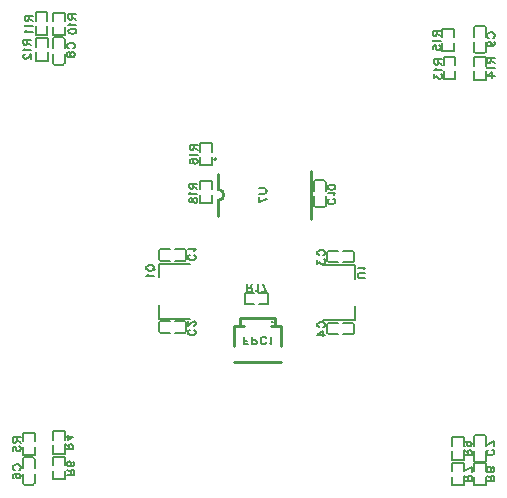
<source format=gbo>
G04 Layer: BottomSilkscreenLayer*
G04 EasyEDA Pro v2.1.44.1.245b18d5.fca1f9, 2024-01-18 14:01:25*
G04 Gerber Generator version 0.3*
G04 Scale: 100 percent, Rotated: No, Reflected: No*
G04 Dimensions in millimeters*
G04 Leading zeros omitted, absolute positions, 3 integers and 5 decimals*
%FSLAX35Y35*%
%MOMM*%
%ADD10C,0.1524*%
%ADD11C,0.254*%
%ADD12C,0.2*%
G75*


G04 Text Start*
G54D10*
G01X58166Y-1156462D02*
G01X61214Y-1150366D01*
G01X67310Y-1144016D01*
G01X73660Y-1140968D01*
G01X82804Y-1137920D01*
G01X98298D01*
G01X107696Y-1140968D01*
G01X113792Y-1144016D01*
G01X120142Y-1150366D01*
G01X123190Y-1156462D01*
G01Y-1168908D01*
G01X120142Y-1175004D01*
G01X113792Y-1181354D01*
G01X107696Y-1184402D01*
G01X98298Y-1187450D01*
G01X82804D01*
G01X73660Y-1184402D01*
G01X67310Y-1181354D01*
G01X61214Y-1175004D01*
G01X58166Y-1168908D01*
G01Y-1156462D01*
G01X110744Y-1165860D02*
G01X129286Y-1184402D01*
G01X70612Y-1217676D02*
G01X67310Y-1223772D01*
G01X58166Y-1232916D01*
G01X123190D01*
G01X1910334Y-1249680D02*
G01X1863852Y-1249680D01*
G01X1854708Y-1246632D01*
G01X1848358Y-1240282D01*
G01X1845310Y-1231138D01*
G01Y-1224788D01*
G01X1848358Y-1215644D01*
G01X1854708Y-1209548D01*
G01X1863852Y-1206246D01*
G01X1910334D01*
G01X1897888Y-1176020D02*
G01X1901190Y-1169924D01*
G01X1910334Y-1160780D01*
G01X1845310D01*
G01X880620Y-1808734D02*
G01X880620Y-1743710D01*
G01X880620Y-1808734D02*
G01X920752Y-1808734D01*
G01X880620Y-1777746D02*
G01X905512Y-1777746D01*
G01X950978Y-1808734D02*
G01X950978Y-1743710D01*
G01X950978Y-1808734D02*
G01X978664Y-1808734D01*
G01X988062Y-1805686D01*
G01X991110Y-1802638D01*
G01X994158Y-1796288D01*
G01Y-1787144D01*
G01X991110Y-1781048D01*
G01X988062Y-1777746D01*
G01X978664Y-1774698D01*
G01X950978D01*
G01X1070612Y-1793240D02*
G01X1067564Y-1799590D01*
G01X1061468Y-1805686D01*
G01X1055118Y-1808734D01*
G01X1042926D01*
G01X1036576Y-1805686D01*
G01X1030480Y-1799590D01*
G01X1027432Y-1793240D01*
G01X1024384Y-1784096D01*
G01Y-1768602D01*
G01X1027432Y-1759204D01*
G01X1030480Y-1753108D01*
G01X1036576Y-1746758D01*
G01X1042926Y-1743710D01*
G01X1055118D01*
G01X1061468Y-1746758D01*
G01X1067564Y-1753108D01*
G01X1070612Y-1759204D01*
G01X1100838Y-1796288D02*
G01X1106934Y-1799590D01*
G01X1116078Y-1808734D01*
G01Y-1743710D01*
G01X1010666Y-490220D02*
G01X1057148Y-490220D01*
G01X1066292Y-493268D01*
G01X1072642Y-499618D01*
G01X1075690Y-508762D01*
G01Y-515112D01*
G01X1072642Y-524256D01*
G01X1066292Y-530352D01*
G01X1057148Y-533654D01*
G01X1010666D01*
G01X1010666Y-607060D02*
G01X1075690Y-576072D01*
G01X1010666Y-563880D02*
G01X1010666Y-607060D01*
G01X459740Y-1685798D02*
G01X466090Y-1688846D01*
G01X472186Y-1695196D01*
G01X475234Y-1701292D01*
G01Y-1713738D01*
G01X472186Y-1719834D01*
G01X466090Y-1726184D01*
G01X459740Y-1729232D01*
G01X450596Y-1732280D01*
G01X435102D01*
G01X425704Y-1729232D01*
G01X419608Y-1726184D01*
G01X413258Y-1719834D01*
G01X410210Y-1713738D01*
G01Y-1701292D01*
G01X413258Y-1695196D01*
G01X419608Y-1688846D01*
G01X425704Y-1685798D01*
G01X459740Y-1652524D02*
G01X462788Y-1652524D01*
G01X469138Y-1649476D01*
G01X472186Y-1646428D01*
G01X475234Y-1640332D01*
G01Y-1627886D01*
G01X472186Y-1621536D01*
G01X469138Y-1618488D01*
G01X462788Y-1615440D01*
G01X456692D01*
G01X450596Y-1618488D01*
G01X441198Y-1624838D01*
G01X410210Y-1655572D01*
G01Y-1612392D01*
G01X459740Y-1050798D02*
G01X466090Y-1053846D01*
G01X472186Y-1060196D01*
G01X475234Y-1066292D01*
G01Y-1078738D01*
G01X472186Y-1084834D01*
G01X466090Y-1091184D01*
G01X459740Y-1094232D01*
G01X450596Y-1097280D01*
G01X435102D01*
G01X425704Y-1094232D01*
G01X419608Y-1091184D01*
G01X413258Y-1084834D01*
G01X410210Y-1078738D01*
G01Y-1066292D01*
G01X413258Y-1060196D01*
G01X419608Y-1053846D01*
G01X425704Y-1050798D01*
G01X462788Y-1020572D02*
G01X466090Y-1014476D01*
G01X475234Y-1005332D01*
G01X410210D01*
G01X1521460Y-1667002D02*
G01X1515110Y-1663954D01*
G01X1509014Y-1657604D01*
G01X1505966Y-1651508D01*
G01Y-1639062D01*
G01X1509014Y-1632966D01*
G01X1515110Y-1626616D01*
G01X1521460Y-1623568D01*
G01X1530604Y-1620520D01*
G01X1546098D01*
G01X1555496Y-1623568D01*
G01X1561592Y-1626616D01*
G01X1567942Y-1632966D01*
G01X1570990Y-1639062D01*
G01Y-1651508D01*
G01X1567942Y-1657604D01*
G01X1561592Y-1663954D01*
G01X1555496Y-1667002D01*
G01X1505966Y-1727962D02*
G01X1549146Y-1697228D01*
G01Y-1743456D01*
G01X1505966Y-1727962D02*
G01X1570990Y-1727962D01*
G01X-1056640Y-2873502D02*
G01X-1062990Y-2870454D01*
G01X-1069086Y-2864104D01*
G01X-1072134Y-2858008D01*
G01Y-2845562D01*
G01X-1069086Y-2839466D01*
G01X-1062990Y-2833116D01*
G01X-1056640Y-2830068D01*
G01X-1047496Y-2827020D01*
G01X-1032002D01*
G01X-1022604Y-2830068D01*
G01X-1016508Y-2833116D01*
G01X-1010158Y-2839466D01*
G01X-1007110Y-2845562D01*
G01Y-2858008D01*
G01X-1010158Y-2864104D01*
G01X-1016508Y-2870454D01*
G01X-1022604Y-2873502D01*
G01X-1062990Y-2940812D02*
G01X-1069086Y-2937764D01*
G01X-1072134Y-2928366D01*
G01Y-2922270D01*
G01X-1069086Y-2912872D01*
G01X-1059688Y-2906776D01*
G01X-1044448Y-2903728D01*
G01X-1028954D01*
G01X-1016508Y-2906776D01*
G01X-1010158Y-2912872D01*
G01X-1007110Y-2922270D01*
G01Y-2925318D01*
G01X-1010158Y-2934462D01*
G01X-1016508Y-2940812D01*
G01X-1025652Y-2943860D01*
G01X-1028954D01*
G01X-1038098Y-2940812D01*
G01X-1044448Y-2934462D01*
G01X-1047496Y-2925318D01*
G01Y-2922270D01*
G01X-1044448Y-2912872D01*
G01X-1038098Y-2906776D01*
G01X-1028954Y-2903728D01*
G01X2987040Y-2701798D02*
G01X2993390Y-2704846D01*
G01X2999486Y-2711196D01*
G01X3002534Y-2717292D01*
G01Y-2729738D01*
G01X2999486Y-2735834D01*
G01X2993390Y-2742184D01*
G01X2987040Y-2745232D01*
G01X2977896Y-2748280D01*
G01X2962402D01*
G01X2953004Y-2745232D01*
G01X2946908Y-2742184D01*
G01X2940558Y-2735834D01*
G01X2937510Y-2729738D01*
G01Y-2717292D01*
G01X2940558Y-2711196D01*
G01X2946908Y-2704846D01*
G01X2953004Y-2701798D01*
G01X3002534Y-2628392D02*
G01X2937510Y-2659380D01*
G01X3002534Y-2671572D02*
G01X3002534Y-2628392D01*
G01X-599440Y695198D02*
G01X-605790Y698246D01*
G01X-611886Y704596D01*
G01X-614934Y710692D01*
G01Y723138D01*
G01X-611886Y729234D01*
G01X-605790Y735584D01*
G01X-599440Y738632D01*
G01X-590296Y741680D01*
G01X-574802D01*
G01X-565404Y738632D01*
G01X-559308Y735584D01*
G01X-552958Y729234D01*
G01X-549910Y723138D01*
G01Y710692D01*
G01X-552958Y704596D01*
G01X-559308Y698246D01*
G01X-565404Y695198D01*
G01X-614934Y649732D02*
G01X-611886Y658876D01*
G01X-605790Y661924D01*
G01X-599440D01*
G01X-593344Y658876D01*
G01X-590296Y652780D01*
G01X-587248Y640334D01*
G01X-583946Y630936D01*
G01X-577850Y624840D01*
G01X-571754Y621792D01*
G01X-562356D01*
G01X-556260Y624840D01*
G01X-552958Y627888D01*
G01X-549910Y637286D01*
G01Y649732D01*
G01X-552958Y658876D01*
G01X-556260Y661924D01*
G01X-562356Y664972D01*
G01X-571754D01*
G01X-577850Y661924D01*
G01X-583946Y655828D01*
G01X-587248Y646430D01*
G01X-590296Y634238D01*
G01X-593344Y627888D01*
G01X-599440Y624840D01*
G01X-605790D01*
G01X-611886Y627888D01*
G01X-614934Y637286D01*
G01Y649732D01*
G01X2956560Y784098D02*
G01X2950210Y787146D01*
G01X2944114Y793496D01*
G01X2941066Y799592D01*
G01Y812038D01*
G01X2944114Y818134D01*
G01X2950210Y824484D01*
G01X2956560Y827532D01*
G01X2965704Y830580D01*
G01X2981198D01*
G01X2990596Y827532D01*
G01X2996692Y824484D01*
G01X3003042Y818134D01*
G01X3006090Y812038D01*
G01Y799592D01*
G01X3003042Y793496D01*
G01X2996692Y787146D01*
G01X2990596Y784098D01*
G01X2962656Y713740D02*
G01X2972054Y716788D01*
G01X2978150Y723138D01*
G01X2981198Y732282D01*
G01Y735330D01*
G01X2978150Y744728D01*
G01X2972054Y750824D01*
G01X2962656Y753872D01*
G01X2959608D01*
G01X2950210Y750824D01*
G01X2944114Y744728D01*
G01X2941066Y735330D01*
G01Y732282D01*
G01X2944114Y723138D01*
G01X2950210Y716788D01*
G01X2962656Y713740D01*
G01X2978150D01*
G01X2993644Y716788D01*
G01X3003042Y723138D01*
G01X3006090Y732282D01*
G01Y738632D01*
G01X3003042Y747776D01*
G01X2996692Y750824D01*
G01X1640840Y-575615D02*
G01X1647190Y-578663D01*
G01X1653286Y-585013D01*
G01X1656334Y-591109D01*
G01Y-603555D01*
G01X1653286Y-609651D01*
G01X1647190Y-616001D01*
G01X1640840Y-619049D01*
G01X1631696Y-622097D01*
G01X1616202D01*
G01X1606804Y-619049D01*
G01X1600708Y-616001D01*
G01X1594358Y-609651D01*
G01X1591310Y-603555D01*
G01Y-591109D01*
G01X1594358Y-585013D01*
G01X1600708Y-578663D01*
G01X1606804Y-575615D01*
G01X1643888Y-545389D02*
G01X1647190Y-539293D01*
G01X1656334Y-530149D01*
G01X1591310D01*
G01X1656334Y-481381D02*
G01X1653286Y-490779D01*
G01X1643888Y-496875D01*
G01X1628648Y-499923D01*
G01X1619250D01*
G01X1603756Y-496875D01*
G01X1594358Y-490779D01*
G01X1591310Y-481381D01*
G01Y-475285D01*
G01X1594358Y-465887D01*
G01X1603756Y-459791D01*
G01X1619250Y-456743D01*
G01X1628648D01*
G01X1643888Y-459791D01*
G01X1653286Y-465887D01*
G01X1656334Y-475285D01*
G01Y-481381D01*
G01X2812034Y-2964180D02*
G01X2747010Y-2964180D01*
G01X2812034Y-2964180D02*
G01X2812034Y-2936240D01*
G01X2808986Y-2927096D01*
G01X2805938Y-2924048D01*
G01X2799588Y-2920746D01*
G01X2793492D01*
G01X2787396Y-2924048D01*
G01X2784348Y-2927096D01*
G01X2781046Y-2936240D01*
G01Y-2964180D01*
G01X2781046Y-2942590D02*
G01X2747010Y-2920746D01*
G01X2812034Y-2847340D02*
G01X2747010Y-2878328D01*
G01X2812034Y-2890520D02*
G01X2812034Y-2847340D01*
G01X3002534Y-2964180D02*
G01X2937510Y-2964180D01*
G01X3002534Y-2964180D02*
G01X3002534Y-2936240D01*
G01X2999486Y-2927096D01*
G01X2996438Y-2924048D01*
G01X2990088Y-2920746D01*
G01X2983992D01*
G01X2977896Y-2924048D01*
G01X2974848Y-2927096D01*
G01X2971546Y-2936240D01*
G01Y-2964180D01*
G01X2971546Y-2942590D02*
G01X2937510Y-2920746D01*
G01X3002534Y-2875280D02*
G01X2999486Y-2884424D01*
G01X2993390Y-2887472D01*
G01X2987040D01*
G01X2980944Y-2884424D01*
G01X2977896Y-2878328D01*
G01X2974848Y-2865882D01*
G01X2971546Y-2856484D01*
G01X2965450Y-2850388D01*
G01X2959354Y-2847340D01*
G01X2949956D01*
G01X2943860Y-2850388D01*
G01X2940558Y-2853436D01*
G01X2937510Y-2862834D01*
G01Y-2875280D01*
G01X2940558Y-2884424D01*
G01X2943860Y-2887472D01*
G01X2949956Y-2890520D01*
G01X2959354D01*
G01X2965450Y-2887472D01*
G01X2971546Y-2881376D01*
G01X2974848Y-2871978D01*
G01X2977896Y-2859786D01*
G01X2980944Y-2853436D01*
G01X2987040Y-2850388D01*
G01X2993390D01*
G01X2999486Y-2853436D01*
G01X3002534Y-2862834D01*
G01Y-2875280D01*
G01X2812034Y-2748280D02*
G01X2747010Y-2748280D01*
G01X2812034Y-2748280D02*
G01X2812034Y-2720340D01*
G01X2808986Y-2711196D01*
G01X2805938Y-2708148D01*
G01X2799588Y-2704846D01*
G01X2793492D01*
G01X2787396Y-2708148D01*
G01X2784348Y-2711196D01*
G01X2781046Y-2720340D01*
G01Y-2748280D01*
G01X2781046Y-2726690D02*
G01X2747010Y-2704846D01*
G01X2790444Y-2634488D02*
G01X2781046Y-2637536D01*
G01X2774950Y-2643886D01*
G01X2771902Y-2653030D01*
G01Y-2656078D01*
G01X2774950Y-2665476D01*
G01X2781046Y-2671572D01*
G01X2790444Y-2674620D01*
G01X2793492D01*
G01X2802890Y-2671572D01*
G01X2808986Y-2665476D01*
G01X2812034Y-2656078D01*
G01Y-2653030D01*
G01X2808986Y-2643886D01*
G01X2802890Y-2637536D01*
G01X2790444Y-2634488D01*
G01X2774950D01*
G01X2759456Y-2637536D01*
G01X2750058Y-2643886D01*
G01X2747010Y-2653030D01*
G01Y-2659380D01*
G01X2750058Y-2668524D01*
G01X2756408Y-2671572D01*
G01X-566166Y-2697480D02*
G01X-631190Y-2697480D01*
G01X-566166Y-2697480D02*
G01X-566166Y-2669540D01*
G01X-569214Y-2660396D01*
G01X-572262Y-2657348D01*
G01X-578612Y-2654046D01*
G01X-584708D01*
G01X-590804Y-2657348D01*
G01X-593852Y-2660396D01*
G01X-597154Y-2669540D01*
G01Y-2697480D01*
G01X-597154Y-2675890D02*
G01X-631190Y-2654046D01*
G01X-566166Y-2593086D02*
G01X-609346Y-2623820D01*
G01Y-2577592D01*
G01X-566166Y-2593086D02*
G01X-631190Y-2593086D01*
G01X-1072134Y-2598420D02*
G01X-1007110Y-2598420D01*
G01X-1072134Y-2598420D02*
G01X-1072134Y-2626360D01*
G01X-1069086Y-2635504D01*
G01X-1066038Y-2638552D01*
G01X-1059688Y-2641854D01*
G01X-1053592D01*
G01X-1047496Y-2638552D01*
G01X-1044448Y-2635504D01*
G01X-1041146Y-2626360D01*
G01Y-2598420D01*
G01X-1041146Y-2620010D02*
G01X-1007110Y-2641854D01*
G01X-1072134Y-2709164D02*
G01X-1072134Y-2678176D01*
G01X-1044448Y-2675128D01*
G01X-1047496Y-2678176D01*
G01X-1050544Y-2687320D01*
G01Y-2696718D01*
G01X-1047496Y-2706116D01*
G01X-1041146Y-2712212D01*
G01X-1032002Y-2715260D01*
G01X-1025652D01*
G01X-1016508Y-2712212D01*
G01X-1010158Y-2706116D01*
G01X-1007110Y-2696718D01*
G01Y-2687320D01*
G01X-1010158Y-2678176D01*
G01X-1013460Y-2675128D01*
G01X-1019556Y-2672080D01*
G01X-553466Y-2913380D02*
G01X-618490Y-2913380D01*
G01X-553466Y-2913380D02*
G01X-553466Y-2885440D01*
G01X-556514Y-2876296D01*
G01X-559562Y-2873248D01*
G01X-565912Y-2869946D01*
G01X-572008D01*
G01X-578104Y-2873248D01*
G01X-581152Y-2876296D01*
G01X-584454Y-2885440D01*
G01Y-2913380D01*
G01X-584454Y-2891790D02*
G01X-618490Y-2869946D01*
G01X-562610Y-2802636D02*
G01X-556514Y-2805684D01*
G01X-553466Y-2815082D01*
G01Y-2821178D01*
G01X-556514Y-2830576D01*
G01X-565912Y-2836672D01*
G01X-581152Y-2839720D01*
G01X-596646D01*
G01X-609092Y-2836672D01*
G01X-615442Y-2830576D01*
G01X-618490Y-2821178D01*
G01Y-2818130D01*
G01X-615442Y-2808986D01*
G01X-609092Y-2802636D01*
G01X-599948Y-2799588D01*
G01X-596646D01*
G01X-587502Y-2802636D01*
G01X-581152Y-2808986D01*
G01X-578104Y-2818130D01*
G01Y-2821178D01*
G01X-581152Y-2830576D01*
G01X-587502Y-2836672D01*
G01X-596646Y-2839720D01*
G01X-602234Y982980D02*
G01X-537210Y982980D01*
G01X-602234Y982980D02*
G01X-602234Y955040D01*
G01X-599186Y945896D01*
G01X-596138Y942848D01*
G01X-589788Y939546D01*
G01X-583692D01*
G01X-577596Y942848D01*
G01X-574548Y945896D01*
G01X-571246Y955040D01*
G01Y982980D01*
G01X-571246Y961390D02*
G01X-537210Y939546D01*
G01X-589788Y909320D02*
G01X-593090Y903224D01*
G01X-602234Y894080D01*
G01X-537210D01*
G01X-602234Y845312D02*
G01X-599186Y854710D01*
G01X-589788Y860806D01*
G01X-574548Y863854D01*
G01X-565150D01*
G01X-549656Y860806D01*
G01X-540258Y854710D01*
G01X-537210Y845312D01*
G01Y839216D01*
G01X-540258Y829818D01*
G01X-549656Y823722D01*
G01X-565150Y820674D01*
G01X-574548D01*
G01X-589788Y823722D01*
G01X-599186Y829818D01*
G01X-602234Y839216D01*
G01Y845312D01*
G01X-970534Y970280D02*
G01X-905510Y970280D01*
G01X-970534Y970280D02*
G01X-970534Y942340D01*
G01X-967486Y933196D01*
G01X-964438Y930148D01*
G01X-958088Y926846D01*
G01X-951992D01*
G01X-945896Y930148D01*
G01X-942848Y933196D01*
G01X-939546Y942340D01*
G01Y970280D01*
G01X-939546Y948690D02*
G01X-905510Y926846D01*
G01X-958088Y896620D02*
G01X-961390Y890524D01*
G01X-970534Y881380D01*
G01X-905510D01*
G01X-958088Y851154D02*
G01X-961390Y845058D01*
G01X-970534Y835914D01*
G01X-905510D01*
G01X-983234Y767080D02*
G01X-918210Y767080D01*
G01X-983234Y767080D02*
G01X-983234Y739140D01*
G01X-980186Y729996D01*
G01X-977138Y726948D01*
G01X-970788Y723646D01*
G01X-964692D01*
G01X-958596Y726948D01*
G01X-955548Y729996D01*
G01X-952246Y739140D01*
G01Y767080D01*
G01X-952246Y745490D02*
G01X-918210Y723646D01*
G01X-970788Y693420D02*
G01X-974090Y687324D01*
G01X-983234Y678180D01*
G01X-918210D01*
G01X-967740Y644906D02*
G01X-970788Y644906D01*
G01X-977138Y641858D01*
G01X-980186Y638810D01*
G01X-983234Y632714D01*
G01Y620268D01*
G01X-980186Y613918D01*
G01X-977138Y610870D01*
G01X-970788Y607822D01*
G01X-964692D01*
G01X-958596Y610870D01*
G01X-949198Y617220D01*
G01X-918210Y647954D01*
G01Y604774D01*
G01X2496566Y601980D02*
G01X2561590Y601980D01*
G01X2496566Y601980D02*
G01X2496566Y574040D01*
G01X2499614Y564896D01*
G01X2502662Y561848D01*
G01X2509012Y558546D01*
G01X2515108D01*
G01X2521204Y561848D01*
G01X2524252Y564896D01*
G01X2527554Y574040D01*
G01Y601980D01*
G01X2527554Y580390D02*
G01X2561590Y558546D01*
G01X2509012Y528320D02*
G01X2505710Y522224D01*
G01X2496566Y513080D01*
G01X2561590D01*
G01X2496566Y476758D02*
G01X2496566Y442722D01*
G01X2521204Y461264D01*
G01Y452120D01*
G01X2524252Y445770D01*
G01X2527554Y442722D01*
G01X2536698Y439674D01*
G01X2543048D01*
G01X2552192Y442722D01*
G01X2558542Y448818D01*
G01X2561590Y458216D01*
G01Y467614D01*
G01X2558542Y476758D01*
G01X2555240Y479806D01*
G01X2549144Y482854D01*
G01X2941066Y614680D02*
G01X3006090Y614680D01*
G01X2941066Y614680D02*
G01X2941066Y586740D01*
G01X2944114Y577596D01*
G01X2947162Y574548D01*
G01X2953512Y571246D01*
G01X2959608D01*
G01X2965704Y574548D01*
G01X2968752Y577596D01*
G01X2972054Y586740D01*
G01Y614680D01*
G01X2972054Y593090D02*
G01X3006090Y571246D01*
G01X2953512Y541020D02*
G01X2950210Y534924D01*
G01X2941066Y525780D01*
G01X3006090D01*
G01X2941066Y464820D02*
G01X2984246Y495554D01*
G01Y449326D01*
G01X2941066Y464820D02*
G01X3006090Y464820D01*
G01X2483866Y843280D02*
G01X2548890Y843280D01*
G01X2483866Y843280D02*
G01X2483866Y815340D01*
G01X2486914Y806196D01*
G01X2489962Y803148D01*
G01X2496312Y799846D01*
G01X2502408D01*
G01X2508504Y803148D01*
G01X2511552Y806196D01*
G01X2514854Y815340D01*
G01Y843280D01*
G01X2514854Y821690D02*
G01X2548890Y799846D01*
G01X2496312Y769620D02*
G01X2493010Y763524D01*
G01X2483866Y754380D01*
G01X2548890D01*
G01X2483866Y687070D02*
G01X2483866Y718058D01*
G01X2511552Y721106D01*
G01X2508504Y718058D01*
G01X2505456Y708914D01*
G01Y699516D01*
G01X2508504Y690118D01*
G01X2514854Y684022D01*
G01X2523998Y680974D01*
G01X2530348D01*
G01X2539492Y684022D01*
G01X2545842Y690118D01*
G01X2548890Y699516D01*
G01Y708914D01*
G01X2545842Y718058D01*
G01X2542540Y721106D01*
G01X2536444Y724154D01*
G01X426466Y-121920D02*
G01X491490Y-121920D01*
G01X426466Y-121920D02*
G01X426466Y-149860D01*
G01X429514Y-159004D01*
G01X432562Y-162052D01*
G01X438912Y-165354D01*
G01X445008D01*
G01X451104Y-162052D01*
G01X454152Y-159004D01*
G01X457454Y-149860D01*
G01Y-121920D01*
G01X457454Y-143510D02*
G01X491490Y-165354D01*
G01X438912Y-195580D02*
G01X435610Y-201676D01*
G01X426466Y-210820D01*
G01X491490D01*
G01X435610Y-278130D02*
G01X429514Y-275082D01*
G01X426466Y-265684D01*
G01Y-259588D01*
G01X429514Y-250190D01*
G01X438912Y-244094D01*
G01X454152Y-241046D01*
G01X469646D01*
G01X482092Y-244094D01*
G01X488442Y-250190D01*
G01X491490Y-259588D01*
G01Y-262636D01*
G01X488442Y-271780D01*
G01X482092Y-278130D01*
G01X472948Y-281178D01*
G01X469646D01*
G01X460502Y-278130D01*
G01X454152Y-271780D01*
G01X451104Y-262636D01*
G01Y-259588D01*
G01X454152Y-250190D01*
G01X460502Y-244094D01*
G01X469646Y-241046D01*
G01X909320Y-1364234D02*
G01X909320Y-1299210D01*
G01X909320Y-1364234D02*
G01X937260Y-1364234D01*
G01X946404Y-1361186D01*
G01X949452Y-1358138D01*
G01X952754Y-1351788D01*
G01Y-1345692D01*
G01X949452Y-1339596D01*
G01X946404Y-1336548D01*
G01X937260Y-1333246D01*
G01X909320D01*
G01X930910Y-1333246D02*
G01X952754Y-1299210D01*
G01X982980Y-1351788D02*
G01X989076Y-1355090D01*
G01X998220Y-1364234D01*
G01Y-1299210D01*
G01X1071626Y-1364234D02*
G01X1040638Y-1299210D01*
G01X1028446Y-1364234D02*
G01X1071626Y-1364234D01*
G01X421498Y-449288D02*
G01X486522Y-449288D01*
G01X421498Y-449288D02*
G01X421498Y-477228D01*
G01X424546Y-486372D01*
G01X427594Y-489420D01*
G01X433944Y-492722D01*
G01X440040D01*
G01X446136Y-489420D01*
G01X449184Y-486372D01*
G01X452486Y-477228D01*
G01Y-449288D01*
G01X452486Y-470878D02*
G01X486522Y-492722D01*
G01X433944Y-522948D02*
G01X430642Y-529044D01*
G01X421498Y-538188D01*
G01X486522D01*
G01X421498Y-583654D02*
G01X424546Y-574510D01*
G01X430642Y-571462D01*
G01X436992D01*
G01X443088Y-574510D01*
G01X446136Y-580606D01*
G01X449184Y-593052D01*
G01X452486Y-602450D01*
G01X458582Y-608546D01*
G01X464678Y-611594D01*
G01X474076D01*
G01X480172Y-608546D01*
G01X483474Y-605498D01*
G01X486522Y-596100D01*
G01Y-583654D01*
G01X483474Y-574510D01*
G01X480172Y-571462D01*
G01X474076Y-568414D01*
G01X464678D01*
G01X458582Y-571462D01*
G01X452486Y-577558D01*
G01X449184Y-586956D01*
G01X446136Y-599148D01*
G01X443088Y-605498D01*
G01X436992Y-608546D01*
G01X430642D01*
G01X424546Y-605498D01*
G01X421498Y-596100D01*
G01Y-583654D01*
G01X1521460Y-1057402D02*
G01X1515110Y-1054354D01*
G01X1509014Y-1048004D01*
G01X1505966Y-1041908D01*
G01Y-1029462D01*
G01X1509014Y-1023366D01*
G01X1515110Y-1017016D01*
G01X1521460Y-1013968D01*
G01X1530604Y-1010920D01*
G01X1546098D01*
G01X1555496Y-1013968D01*
G01X1561592Y-1017016D01*
G01X1567942Y-1023366D01*
G01X1570990Y-1029462D01*
G01Y-1041908D01*
G01X1567942Y-1048004D01*
G01X1561592Y-1054354D01*
G01X1555496Y-1057402D01*
G01X1505966Y-1093724D02*
G01X1505966Y-1127760D01*
G01X1530604Y-1109218D01*
G01Y-1118362D01*
G01X1533652Y-1124712D01*
G01X1536954Y-1127760D01*
G01X1546098Y-1130808D01*
G01X1552448D01*
G01X1561592Y-1127760D01*
G01X1567942Y-1121664D01*
G01X1570990Y-1112266D01*
G01Y-1102868D01*
G01X1567942Y-1093724D01*
G01X1564640Y-1090676D01*
G01X1558544Y-1087628D01*
G04 Text End*

G04 PolygonModel Start*
G01X425849Y-1591531D02*
G01X160612Y-1591531D01*
G01X160612Y-1591531D02*
G01X160612Y-1476649D01*
G01X425849Y-1126294D02*
G01X160612Y-1126294D01*
G01X160612Y-1126294D02*
G01X160612Y-1241176D01*
G01X1555351Y-1138969D02*
G01X1820588Y-1138969D01*
G01X1820588Y-1138969D02*
G01X1820588Y-1253851D01*
G01X1555351Y-1604206D02*
G01X1820588Y-1604206D01*
G01X1820588Y-1604206D02*
G01X1820588Y-1489324D01*
G54D11*
G01X849998Y-1655298D02*
G01X849998Y-1585300D01*
G01X849998Y-1585300D02*
G01X1150000Y-1585300D01*
G01X1150000Y-1585300D02*
G01X1150000Y-1655298D01*
G01X1200094Y-1955800D02*
G01X800000Y-1955800D01*
G01X849998Y-1655298D02*
G01X886884Y-1655298D01*
G01X849998Y-1655298D02*
G01X799998Y-1655298D01*
G01X799998Y-1655298D02*
G01X799998Y-1827733D01*
G01X1113111Y-1655298D02*
G01X1200094Y-1655298D01*
G01X1200094Y-1655298D02*
G01X1200094Y-1827759D01*
G36*
G01X1123896Y-1600195D02*
G01X1136596Y-1625595D01*
G01X1111196D01*
G01X1123896Y-1600195D01*
G37*
G01X665480Y-594360D02*
G01X665480Y-721360D01*
G01X665480Y-370840D02*
G01X665480Y-497840D01*
G01X1447800Y-746846D02*
G01X1447800Y-345354D01*
G01X665480Y-591820D02*
G03X665480Y-497840I0J46990D01*
G54D10*
G01X381030Y-1713560D02*
G01X302021Y-1713560D01*
G01X302021Y-1613840D02*
G01X381030Y-1613840D01*
G01X396270Y-1629080D02*
G01X396270Y-1698320D01*
G01X177770Y-1713560D02*
G01X256779Y-1713560D01*
G01X256779Y-1613840D02*
G01X177770Y-1613840D01*
G01X162530Y-1629080D02*
G01X162530Y-1698320D01*
G01X381030Y-1613840D02*
G02X396270Y-1629080I0J-15240D01*
G01X396270Y-1698320D02*
G02X381030Y-1713560I-15240J0D01*
G01X177770Y-1613840D02*
G03X162530Y-1629080I0J-15240D01*
G01X162530Y-1698320D02*
G03X177770Y-1713560I15240J0D01*
G01X177770Y-1004240D02*
G01X256779Y-1004240D01*
G01X256779Y-1103960D02*
G01X177770Y-1103960D01*
G01X162530Y-1088720D02*
G01X162530Y-1019480D01*
G01X381030Y-1004240D02*
G01X302021Y-1004240D01*
G01X302021Y-1103960D02*
G01X381030Y-1103960D01*
G01X396270Y-1088720D02*
G01X396270Y-1019480D01*
G01X177770Y-1103960D02*
G02X162530Y-1088720I0J15240D01*
G01X162530Y-1019480D02*
G02X177770Y-1004240I15240J0D01*
G01X381030Y-1103960D02*
G03X396270Y-1088720I0J15240D01*
G01X396270Y-1019480D02*
G03X381030Y-1004240I-15240J0D01*
G01X1600170Y-1016940D02*
G01X1679179Y-1016940D01*
G01X1679179Y-1116660D02*
G01X1600170Y-1116660D01*
G01X1584930Y-1101420D02*
G01X1584930Y-1032180D01*
G01X1803430Y-1016940D02*
G01X1724421Y-1016940D01*
G01X1724421Y-1116660D02*
G01X1803430Y-1116660D01*
G01X1818670Y-1101420D02*
G01X1818670Y-1032180D01*
G01X1600170Y-1116660D02*
G02X1584930Y-1101420I0J15240D01*
G01X1584930Y-1032180D02*
G02X1600170Y-1016940I15240J0D01*
G01X1803430Y-1116660D02*
G03X1818670Y-1101420I0J15240D01*
G01X1818670Y-1032180D02*
G03X1803430Y-1016940I-15240J0D01*
G01X1803430Y-1726260D02*
G01X1724421Y-1726260D01*
G01X1724421Y-1626540D02*
G01X1803430Y-1626540D01*
G01X1818670Y-1641780D02*
G01X1818670Y-1711020D01*
G01X1600170Y-1726260D02*
G01X1679179Y-1726260D01*
G01X1679179Y-1626540D02*
G01X1600170Y-1626540D01*
G01X1584930Y-1641780D02*
G01X1584930Y-1711020D01*
G01X1803430Y-1626540D02*
G02X1818670Y-1641780I0J-15240D01*
G01X1818670Y-1711020D02*
G02X1803430Y-1726260I-15240J0D01*
G01X1600170Y-1626540D02*
G03X1584930Y-1641780I0J-15240D01*
G01X1584930Y-1711020D02*
G03X1600170Y-1726260I15240J0D01*
G01X-889940Y-2781270D02*
G01X-889940Y-2860279D01*
G01X-989660Y-2860279D02*
G01X-989660Y-2781270D01*
G01X-974420Y-2766030D02*
G01X-905180Y-2766030D01*
G01X-889940Y-2984530D02*
G01X-889940Y-2905521D01*
G01X-989660Y-2905521D02*
G01X-989660Y-2984530D01*
G01X-974420Y-2999770D02*
G01X-905180Y-2999770D01*
G01X-989660Y-2781270D02*
G02X-974420Y-2766030I15240J0D01*
G01X-905180Y-2766030D02*
G02X-889940Y-2781270I0J-15240D01*
G01X-989660Y-2984530D02*
G03X-974420Y-2999770I15240J0D01*
G01X-905180Y-2999770D02*
G03X-889940Y-2984530I0J15240D01*
G01X2932760Y-2590770D02*
G01X2932760Y-2669779D01*
G01X2833040Y-2669779D02*
G01X2833040Y-2590770D01*
G01X2848280Y-2575530D02*
G01X2917520Y-2575530D01*
G01X2932760Y-2794030D02*
G01X2932760Y-2715021D01*
G01X2833040Y-2715021D02*
G01X2833040Y-2794030D01*
G01X2848280Y-2809270D02*
G01X2917520Y-2809270D01*
G01X2833040Y-2590770D02*
G02X2848280Y-2575530I15240J0D01*
G01X2917520Y-2575530D02*
G02X2932760Y-2590770I0J-15240D01*
G01X2833040Y-2794030D02*
G03X2848280Y-2809270I15240J0D01*
G01X2917520Y-2809270D02*
G03X2932760Y-2794030I0J15240D01*
G01X-735660Y571470D02*
G01X-735660Y650479D01*
G01X-635940Y650479D02*
G01X-635940Y571470D01*
G01X-651180Y556230D02*
G01X-720420Y556230D01*
G01X-735660Y774730D02*
G01X-735660Y695721D01*
G01X-635940Y695721D02*
G01X-635940Y774730D01*
G01X-651180Y789970D02*
G01X-720420Y789970D01*
G01X-635940Y571470D02*
G02X-651180Y556230I-15240J0D01*
G01X-720420Y556230D02*
G02X-735660Y571470I0J15240D01*
G01X-635940Y774730D02*
G03X-651180Y789970I-15240J0D01*
G01X-720420Y789970D02*
G03X-735660Y774730I0J-15240D01*
G01X2929052Y872622D02*
G01X2929052Y793613D01*
G01X2829331Y793613D02*
G01X2829331Y872622D01*
G01X2844571Y887862D02*
G01X2913812Y887862D01*
G01X2929052Y669361D02*
G01X2929052Y748370D01*
G01X2829331Y748370D02*
G01X2829331Y669361D01*
G01X2844571Y654121D02*
G01X2913812Y654121D01*
G01X2829331Y872622D02*
G02X2844571Y887862I15240J0D01*
G01X2913812Y887862D02*
G02X2929052Y872622I0J-15240D01*
G01X2829331Y669361D02*
G03X2844571Y654121I15240J0D01*
G01X2913812Y654121D02*
G03X2929052Y669361I0J15240D01*
G01X1573860Y-431770D02*
G01X1573860Y-510779D01*
G01X1474140Y-510779D02*
G01X1474140Y-431770D01*
G01X1489380Y-416530D02*
G01X1558620Y-416530D01*
G01X1573860Y-635030D02*
G01X1573860Y-556021D01*
G01X1474140Y-556021D02*
G01X1474140Y-635030D01*
G01X1489380Y-650270D02*
G01X1558620Y-650270D01*
G01X1474140Y-431770D02*
G02X1489380Y-416530I15240J0D01*
G01X1558620Y-416530D02*
G02X1573860Y-431770I0J-15240D01*
G01X1474140Y-635030D02*
G03X1489380Y-650270I15240J0D01*
G01X1558620Y-650270D02*
G03X1573860Y-635030I0J15240D01*
G01X2642540Y-2930921D02*
G01X2642540Y-3002724D01*
G01X2642540Y-3002724D02*
G01X2742260Y-3002724D01*
G01X2742260Y-3002724D02*
G01X2742260Y-2930921D01*
G01X2642540Y-2885679D02*
G01X2642540Y-2813875D01*
G01X2642540Y-2813875D02*
G01X2742260Y-2813875D01*
G01X2742260Y-2813875D02*
G01X2742260Y-2885679D01*
G01X2833040Y-2930921D02*
G01X2833040Y-3002724D01*
G01X2833040Y-3002724D02*
G01X2932760Y-3002724D01*
G01X2932760Y-3002724D02*
G01X2932760Y-2930921D01*
G01X2833040Y-2885679D02*
G01X2833040Y-2813875D01*
G01X2833040Y-2813875D02*
G01X2932760Y-2813875D01*
G01X2932760Y-2813875D02*
G01X2932760Y-2885679D01*
G01X2642540Y-2715021D02*
G01X2642540Y-2786824D01*
G01X2642540Y-2786824D02*
G01X2742260Y-2786824D01*
G01X2742260Y-2786824D02*
G01X2742260Y-2715021D01*
G01X2642540Y-2669779D02*
G01X2642540Y-2597975D01*
G01X2642540Y-2597975D02*
G01X2742260Y-2597975D01*
G01X2742260Y-2597975D02*
G01X2742260Y-2669779D01*
G01X-635940Y-2618979D02*
G01X-635940Y-2547175D01*
G01X-635940Y-2547175D02*
G01X-735660Y-2547175D01*
G01X-735660Y-2547175D02*
G01X-735660Y-2618979D01*
G01X-635940Y-2664221D02*
G01X-635940Y-2736024D01*
G01X-635940Y-2736024D02*
G01X-735660Y-2736024D01*
G01X-735660Y-2736024D02*
G01X-735660Y-2664221D01*
G01X-889940Y-2631679D02*
G01X-889940Y-2559875D01*
G01X-889940Y-2559875D02*
G01X-989660Y-2559875D01*
G01X-989660Y-2559875D02*
G01X-989660Y-2631679D01*
G01X-889940Y-2676921D02*
G01X-889940Y-2748724D01*
G01X-889940Y-2748724D02*
G01X-989660Y-2748724D01*
G01X-989660Y-2748724D02*
G01X-989660Y-2676921D01*
G01X-735660Y-2880121D02*
G01X-735660Y-2951924D01*
G01X-735660Y-2951924D02*
G01X-635940Y-2951924D01*
G01X-635940Y-2951924D02*
G01X-635940Y-2880121D01*
G01X-735660Y-2834879D02*
G01X-735660Y-2763075D01*
G01X-735660Y-2763075D02*
G01X-635940Y-2763075D01*
G01X-635940Y-2763075D02*
G01X-635940Y-2834879D01*
G01X-635940Y924321D02*
G01X-635940Y996125D01*
G01X-635940Y996125D02*
G01X-735660Y996125D01*
G01X-735660Y996125D02*
G01X-735660Y924321D01*
G01X-635940Y879079D02*
G01X-635940Y807276D01*
G01X-635940Y807276D02*
G01X-735660Y807276D01*
G01X-735660Y807276D02*
G01X-735660Y879079D01*
G01X-780821Y929503D02*
G01X-780821Y1001306D01*
G01X-780821Y1001306D02*
G01X-880542Y1001306D01*
G01X-880542Y1001306D02*
G01X-880542Y929503D01*
G01X-780821Y884260D02*
G01X-780821Y812457D01*
G01X-780821Y812457D02*
G01X-880542Y812457D01*
G01X-880542Y812457D02*
G01X-880542Y884260D01*
G01X-875360Y663179D02*
G01X-875360Y591376D01*
G01X-875360Y591376D02*
G01X-775640Y591376D01*
G01X-775640Y591376D02*
G01X-775640Y663179D01*
G01X-875360Y708421D02*
G01X-875360Y780225D01*
G01X-875360Y780225D02*
G01X-775640Y780225D01*
G01X-775640Y780225D02*
G01X-775640Y708421D01*
G01X2673579Y553176D02*
G01X2673579Y624980D01*
G01X2673579Y624980D02*
G01X2573858Y624980D01*
G01X2573858Y624980D02*
G01X2573858Y553176D01*
G01X2673579Y507934D02*
G01X2673579Y436131D01*
G01X2673579Y436131D02*
G01X2573858Y436131D01*
G01X2573858Y436131D02*
G01X2573858Y507934D01*
G01X2930275Y546979D02*
G01X2930275Y618782D01*
G01X2930275Y618782D02*
G01X2830554Y618782D01*
G01X2830554Y618782D02*
G01X2830554Y546979D01*
G01X2930275Y501736D02*
G01X2930275Y429933D01*
G01X2930275Y429933D02*
G01X2830554Y429933D01*
G01X2830554Y429933D02*
G01X2830554Y501736D01*
G01X2660879Y789803D02*
G01X2660879Y861606D01*
G01X2660879Y861606D02*
G01X2561158Y861606D01*
G01X2561158Y861606D02*
G01X2561158Y789803D01*
G01X2660879Y744560D02*
G01X2660879Y672757D01*
G01X2660879Y672757D02*
G01X2561158Y672757D01*
G01X2561158Y672757D02*
G01X2561158Y744560D01*
G01X508940Y-223484D02*
G01X508940Y-295288D01*
G01X508940Y-295288D02*
G01X608660Y-295288D01*
G01X608660Y-295288D02*
G01X608660Y-223484D01*
G01X508940Y-178242D02*
G01X508940Y-106439D01*
G01X508940Y-106439D02*
G01X608660Y-106439D01*
G01X608660Y-106439D02*
G01X608660Y-178242D01*
G01X967979Y-1372540D02*
G01X896176Y-1372540D01*
G01X896176Y-1372540D02*
G01X896176Y-1472260D01*
G01X896176Y-1472260D02*
G01X967979Y-1472260D01*
G01X1013221Y-1372540D02*
G01X1085025Y-1372540D01*
G01X1085025Y-1372540D02*
G01X1085025Y-1472260D01*
G01X1085025Y-1472260D02*
G01X1013221Y-1472260D01*
G01X608660Y-498079D02*
G01X608660Y-426275D01*
G01X608660Y-426275D02*
G01X508940Y-426275D01*
G01X508940Y-426275D02*
G01X508940Y-498079D01*
G01X608660Y-543321D02*
G01X608660Y-615124D01*
G01X608660Y-615124D02*
G01X508940Y-615124D01*
G01X508940Y-615124D02*
G01X508940Y-543321D01*
G04 PolygonModel End*

G04 Circle Start*
G54D12*
G01X630072Y-241300D02*
G03X650088Y-241300I10008J0D01*
G03X630072I-10008J0D01*
G04 Circle End*

M02*

</source>
